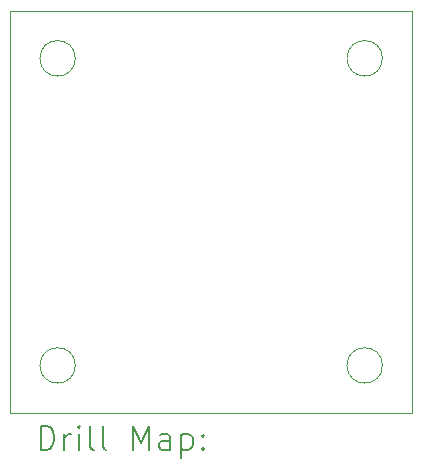
<source format=gbr>
%TF.GenerationSoftware,KiCad,Pcbnew,8.0.4-8.0.4-0~ubuntu24.04.1*%
%TF.CreationDate,2024-09-03T20:50:20+07:00*%
%TF.ProjectId,OpenDrone_FC_F405_HW,4f70656e-4472-46f6-9e65-5f46435f4634,rev?*%
%TF.SameCoordinates,Original*%
%TF.FileFunction,Drillmap*%
%TF.FilePolarity,Positive*%
%FSLAX45Y45*%
G04 Gerber Fmt 4.5, Leading zero omitted, Abs format (unit mm)*
G04 Created by KiCad (PCBNEW 8.0.4-8.0.4-0~ubuntu24.04.1) date 2024-09-03 20:50:20*
%MOMM*%
%LPD*%
G01*
G04 APERTURE LIST*
%ADD10C,0.050000*%
%ADD11C,0.100000*%
%ADD12C,0.200000*%
G04 APERTURE END LIST*
D10*
X13350000Y-10030000D02*
X13350000Y-6630000D01*
X16750000Y-6630000D02*
X13350000Y-6630000D01*
X16750000Y-6630000D02*
X16750000Y-10030000D01*
X16750000Y-10030000D02*
X13350000Y-10030000D01*
D11*
X13900000Y-7030000D02*
G75*
G02*
X13600000Y-7030000I-150000J0D01*
G01*
X13600000Y-7030000D02*
G75*
G02*
X13900000Y-7030000I150000J0D01*
G01*
X13900000Y-9630000D02*
G75*
G02*
X13600000Y-9630000I-150000J0D01*
G01*
X13600000Y-9630000D02*
G75*
G02*
X13900000Y-9630000I150000J0D01*
G01*
X16500000Y-7030000D02*
G75*
G02*
X16200000Y-7030000I-150000J0D01*
G01*
X16200000Y-7030000D02*
G75*
G02*
X16500000Y-7030000I150000J0D01*
G01*
X16500000Y-9630000D02*
G75*
G02*
X16200000Y-9630000I-150000J0D01*
G01*
X16200000Y-9630000D02*
G75*
G02*
X16500000Y-9630000I150000J0D01*
G01*
D12*
X13608277Y-10343984D02*
X13608277Y-10143984D01*
X13608277Y-10143984D02*
X13655896Y-10143984D01*
X13655896Y-10143984D02*
X13684467Y-10153508D01*
X13684467Y-10153508D02*
X13703515Y-10172555D01*
X13703515Y-10172555D02*
X13713039Y-10191603D01*
X13713039Y-10191603D02*
X13722562Y-10229698D01*
X13722562Y-10229698D02*
X13722562Y-10258270D01*
X13722562Y-10258270D02*
X13713039Y-10296365D01*
X13713039Y-10296365D02*
X13703515Y-10315412D01*
X13703515Y-10315412D02*
X13684467Y-10334460D01*
X13684467Y-10334460D02*
X13655896Y-10343984D01*
X13655896Y-10343984D02*
X13608277Y-10343984D01*
X13808277Y-10343984D02*
X13808277Y-10210650D01*
X13808277Y-10248746D02*
X13817801Y-10229698D01*
X13817801Y-10229698D02*
X13827324Y-10220174D01*
X13827324Y-10220174D02*
X13846372Y-10210650D01*
X13846372Y-10210650D02*
X13865420Y-10210650D01*
X13932086Y-10343984D02*
X13932086Y-10210650D01*
X13932086Y-10143984D02*
X13922562Y-10153508D01*
X13922562Y-10153508D02*
X13932086Y-10163031D01*
X13932086Y-10163031D02*
X13941610Y-10153508D01*
X13941610Y-10153508D02*
X13932086Y-10143984D01*
X13932086Y-10143984D02*
X13932086Y-10163031D01*
X14055896Y-10343984D02*
X14036848Y-10334460D01*
X14036848Y-10334460D02*
X14027324Y-10315412D01*
X14027324Y-10315412D02*
X14027324Y-10143984D01*
X14160658Y-10343984D02*
X14141610Y-10334460D01*
X14141610Y-10334460D02*
X14132086Y-10315412D01*
X14132086Y-10315412D02*
X14132086Y-10143984D01*
X14389229Y-10343984D02*
X14389229Y-10143984D01*
X14389229Y-10143984D02*
X14455896Y-10286841D01*
X14455896Y-10286841D02*
X14522562Y-10143984D01*
X14522562Y-10143984D02*
X14522562Y-10343984D01*
X14703515Y-10343984D02*
X14703515Y-10239222D01*
X14703515Y-10239222D02*
X14693991Y-10220174D01*
X14693991Y-10220174D02*
X14674943Y-10210650D01*
X14674943Y-10210650D02*
X14636848Y-10210650D01*
X14636848Y-10210650D02*
X14617801Y-10220174D01*
X14703515Y-10334460D02*
X14684467Y-10343984D01*
X14684467Y-10343984D02*
X14636848Y-10343984D01*
X14636848Y-10343984D02*
X14617801Y-10334460D01*
X14617801Y-10334460D02*
X14608277Y-10315412D01*
X14608277Y-10315412D02*
X14608277Y-10296365D01*
X14608277Y-10296365D02*
X14617801Y-10277317D01*
X14617801Y-10277317D02*
X14636848Y-10267793D01*
X14636848Y-10267793D02*
X14684467Y-10267793D01*
X14684467Y-10267793D02*
X14703515Y-10258270D01*
X14798753Y-10210650D02*
X14798753Y-10410650D01*
X14798753Y-10220174D02*
X14817801Y-10210650D01*
X14817801Y-10210650D02*
X14855896Y-10210650D01*
X14855896Y-10210650D02*
X14874943Y-10220174D01*
X14874943Y-10220174D02*
X14884467Y-10229698D01*
X14884467Y-10229698D02*
X14893991Y-10248746D01*
X14893991Y-10248746D02*
X14893991Y-10305889D01*
X14893991Y-10305889D02*
X14884467Y-10324936D01*
X14884467Y-10324936D02*
X14874943Y-10334460D01*
X14874943Y-10334460D02*
X14855896Y-10343984D01*
X14855896Y-10343984D02*
X14817801Y-10343984D01*
X14817801Y-10343984D02*
X14798753Y-10334460D01*
X14979705Y-10324936D02*
X14989229Y-10334460D01*
X14989229Y-10334460D02*
X14979705Y-10343984D01*
X14979705Y-10343984D02*
X14970182Y-10334460D01*
X14970182Y-10334460D02*
X14979705Y-10324936D01*
X14979705Y-10324936D02*
X14979705Y-10343984D01*
X14979705Y-10220174D02*
X14989229Y-10229698D01*
X14989229Y-10229698D02*
X14979705Y-10239222D01*
X14979705Y-10239222D02*
X14970182Y-10229698D01*
X14970182Y-10229698D02*
X14979705Y-10220174D01*
X14979705Y-10220174D02*
X14979705Y-10239222D01*
M02*

</source>
